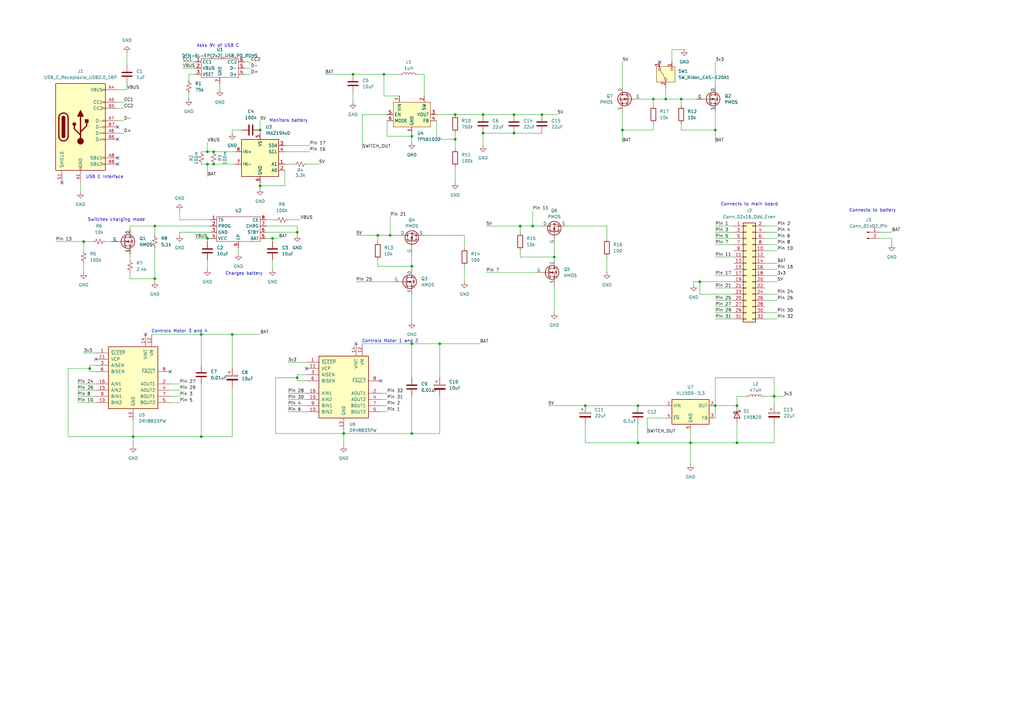
<source format=kicad_sch>
(kicad_sch (version 20231120) (generator "eeschema") (generator_version "8.0")
  (paper "A3")
  (title_block (title "Micromouse Power Board") (rev "v1") (company "University of Cape Town") (comment 1 "Joshua Handyside") (comment 2 "Khaarendiwe Mulaudzi"))
  (lib_symbols
    (symbol "Connector:Conn_01x02_Pin" (pin_names (offset 1.016) hide)
      (property "Reference" "J" (at 0 2.54 0))
      (property "Value" "Conn_01x02_Pin" (at 0 -5.08 0))
      (symbol "Conn_01x02_Pin_1_1"
        (pin passive line (at 5.08 0 180) (length 3.81) (name "Pin_1") (number "1"))
        (pin passive line (at 5.08 -2.54 180) (length 3.81) (name "Pin_2") (number "2"))
      )
    )
    (symbol "Connector:USB_C_Receptacle_USB2.0_16P" (pin_names (offset 1.016))
      (property "Reference" "J" (at 0 22.225 0))
      (property "Value" "USB_C_Receptacle_USB2.0_16P" (at 0 19.685 0))
      (symbol "USB_C_Receptacle_USB2.0_16P_1_1"
        (pin passive line (at 0 -22.86 90) (length 5.08) (name "GND") (number "A1"))
        (pin passive line (at 0 -22.86 90) (length 5.08) hide (name "GND") (number "A12"))
        (pin passive line (at 15.24 15.24 180) (length 5.08) (name "VBUS") (number "A4"))
        (pin bidirectional line (at 15.24 10.16 180) (length 5.08) (name "CC1") (number "A5"))
        (pin bidirectional line (at 15.24 -2.54 180) (length 5.08) (name "D+") (number "A6"))
        (pin bidirectional line (at 15.24 2.54 180) (length 5.08) (name "D-") (number "A7"))
        (pin bidirectional line (at 15.24 -12.7 180) (length 5.08) (name "SBU1") (number "A8"))
        (pin passive line (at 15.24 15.24 180) (length 5.08) hide (name "VBUS") (number "A9"))
        (pin passive line (at 0 -22.86 90) (length 5.08) hide (name "GND") (number "B1"))
        (pin passive line (at 0 -22.86 90) (length 5.08) hide (name "GND") (number "B12"))
        (pin passive line (at 15.24 15.24 180) (length 5.08) hide (name "VBUS") (number "B4"))
        (pin bidirectional line (at 15.24 7.62 180) (length 5.08) (name "CC2") (number "B5"))
        (pin bidirectional line (at 15.24 -5.08 180) (length 5.08) (name "D+") (number "B6"))
        (pin bidirectional line (at 15.24 0 180) (length 5.08) (name "D-") (number "B7"))
        (pin bidirectional line (at 15.24 -15.24 180) (length 5.08) (name "SBU2") (number "B8"))
        (pin passive line (at 15.24 15.24 180) (length 5.08) hide (name "VBUS") (number "B9"))
        (pin passive line (at -7.62 -22.86 90) (length 5.08) (name "SHIELD") (number "S1"))
      )
    )
    (symbol "Connector_Generic:Conn_02x16_Odd_Even" (pin_names (offset 1.016) hide)
      (property "Reference" "J" (at 1.27 20.32 0))
      (property "Value" "Conn_02x16_Odd_Even" (at 1.27 -22.86 0))
      (symbol "Conn_02x16_Odd_Even_1_1"
        (pin passive line (at -5.08 17.78 0) (length 3.81) (name "Pin_1") (number "1"))
        (pin passive line (at 7.62 7.62 180) (length 3.81) (name "Pin_10") (number "10"))
        (pin passive line (at -5.08 5.08 0) (length 3.81) (name "Pin_11") (number "11"))
        (pin passive line (at 7.62 5.08 180) (length 3.81) (name "Pin_12") (number "12"))
        (pin passive line (at -5.08 2.54 0) (length 3.81) (name "Pin_13") (number "13"))
        (pin passive line (at 7.62 2.54 180) (length 3.81) (name "Pin_14") (number "14"))
        (pin passive line (at -5.08 0 0) (length 3.81) (name "Pin_15") (number "15"))
        (pin passive line (at 7.62 0 180) (length 3.81) (name "Pin_16") (number "16"))
        (pin passive line (at -5.08 -2.54 0) (length 3.81) (name "Pin_17") (number "17"))
        (pin passive line (at 7.62 -2.54 180) (length 3.81) (name "Pin_18") (number "18"))
        (pin passive line (at -5.08 -5.08 0) (length 3.81) (name "Pin_19") (number "19"))
        (pin passive line (at 7.62 17.78 180) (length 3.81) (name "Pin_2") (number "2"))
        (pin passive line (at 7.62 -5.08 180) (length 3.81) (name "Pin_20") (number "20"))
        (pin passive line (at -5.08 -7.62 0) (length 3.81) (name "Pin_21") (number "21"))
        (pin passive line (at 7.62 -7.62 180) (length 3.81) (name "Pin_22") (number "22"))
        (pin passive line (at -5.08 -10.16 0) (length 3.81) (name "Pin_23") (number "23"))
        (pin passive line (at 7.62 -10.16 180) (length 3.81) (name "Pin_24") (number "24"))
        (pin passive line (at -5.08 -12.7 0) (length 3.81) (name "Pin_25") (number "25"))
        (pin passive line (at 7.62 -12.7 180) (length 3.81) (name "Pin_26") (number "26"))
        (pin passive line (at -5.08 -15.24 0) (length 3.81) (name "Pin_27") (number "27"))
        (pin passive line (at 7.62 -15.24 180) (length 3.81) (name "Pin_28") (number "28"))
        (pin passive line (at -5.08 -17.78 0) (length 3.81) (name "Pin_29") (number "29"))
        (pin passive line (at -5.08 15.24 0) (length 3.81) (name "Pin_3") (number "3"))
        (pin passive line (at 7.62 -17.78 180) (length 3.81) (name "Pin_30") (number "30"))
        (pin passive line (at -5.08 -20.32 0) (length 3.81) (name "Pin_31") (number "31"))
        (pin passive line (at 7.62 -20.32 180) (length 3.81) (name "Pin_32") (number "32"))
        (pin passive line (at 7.62 15.24 180) (length 3.81) (name "Pin_4") (number "4"))
        (pin passive line (at -5.08 12.7 0) (length 3.81) (name "Pin_5") (number "5"))
        (pin passive line (at 7.62 12.7 180) (length 3.81) (name "Pin_6") (number "6"))
        (pin passive line (at -5.08 10.16 0) (length 3.81) (name "Pin_7") (number "7"))
        (pin passive line (at 7.62 10.16 180) (length 3.81) (name "Pin_8") (number "8"))
        (pin passive line (at -5.08 7.62 0) (length 3.81) (name "Pin_9") (number "9"))
      )
    )
    (symbol "Converter_DCDC:TPS61022"
      (property "Reference" "U" (at 0 7.62 0))
      (property "Value" "TPS61022" (at 7.62 -7.62 0))
      (symbol "TPS61022_1_1"
        (pin power_in line (at 0 -7.62 90) (length 2.54) (name "GND") (number "1"))
        (pin input line (at 5.08 7.62 270) (length 2.54) (name "SW") (number "2"))
        (pin power_out line (at 10.16 0 180) (length 2.54) (name "VOUT") (number "3"))
        (pin input line (at 10.16 -2.54 180) (length 2.54) (name "FB") (number "4"))
        (pin input line (at -10.16 0 0) (length 2.54) (name "EN") (number "5"))
        (pin input line (at -10.16 -2.54 0) (length 2.54) (name "MODE") (number "6"))
        (pin power_in line (at -5.08 7.62 270) (length 2.54) (name "VIN") (number "7"))
      )
    )
    (symbol "Custom Symbols:DFN-6L-EP(2x2)_USB_PD_ROHS"
      (property "Reference" "U" (at 0 0 0))
      (symbol "DFN-6L-EP(2x2)_USB_PD_ROHS_1_1"
        (pin output line (at -3.81 -2.54 0) (length 2.54) (name "CC1") (number "1"))
        (pin input line (at -3.81 -5.08 0) (length 2.54) (name "VBUS") (number "2"))
        (pin output line (at -3.81 -7.62 0) (length 2.54) (name "VSET") (number "3"))
        (pin output line (at 16.51 -7.62 180) (length 2.54) (name "D+") (number "4"))
        (pin output line (at 16.51 -5.08 180) (length 2.54) (name "D-") (number "5"))
        (pin output line (at 16.51 -2.54 180) (length 2.54) (name "CC2") (number "6"))
        (pin output line (at 6.35 -11.43 90) (length 2.54) (name "GND") (number "7"))
      )
    )
    (symbol "Custom Symbols:DFN-8-EP(2x2)_Battery_Management_ROHS"
      (property "Reference" "U" (at 0 0 0))
      (symbol "DFN-8-EP(2x2)_Battery_Management_ROHS_1_1"
        (pin input line (at -11.43 -2.54 0) (length 2.54) (name "TS") (number "1"))
        (pin input line (at -11.43 -5.08 0) (length 2.54) (name "PROG") (number "2"))
        (pin output line (at -11.43 -7.62 0) (length 2.54) (name "GND") (number "3"))
        (pin power_in line (at -11.43 -10.16 0) (length 2.54) (name "VCC") (number "4"))
        (pin power_out line (at 11.43 -10.16 180) (length 2.54) (name "BAT") (number "5"))
        (pin input line (at 11.43 -7.62 180) (length 2.54) (name "STBY") (number "6"))
        (pin input line (at 11.43 -5.08 180) (length 2.54) (name "CHRG") (number "7"))
        (pin input line (at 11.43 -2.54 180) (length 2.54) (name "CE") (number "8"))
        (pin unspecified line (at 0 -13.97 90) (length 2.54) (name "EP") (number "9"))
      )
    )
    (symbol "Device:C" (pin_numbers hide) (pin_names (offset 0.254))
      (property "Reference" "C" (at 0.635 2.54 0))
      (property "Value" "C" (at 0.635 -2.54 0))
      (symbol "C_1_1"
        (pin passive line (at 0 3.81 270) (length 2.794) (name "~") (number "1"))
        (pin passive line (at 0 -3.81 90) (length 2.794) (name "~") (number "2"))
      )
    )
    (symbol "Device:C_Polarized" (pin_numbers hide) (pin_names (offset 0.254))
      (property "Reference" "C" (at 0.635 2.54 0))
      (property "Value" "C_Polarized" (at 0.635 -2.54 0))
      (symbol "C_Polarized_1_1"
        (pin passive line (at 0 3.81 270) (length 2.794) (name "~") (number "1"))
        (pin passive line (at 0 -3.81 90) (length 2.794) (name "~") (number "2"))
      )
    )
    (symbol "Device:L" (pin_numbers hide) (pin_names (offset 1.016) hide)
      (property "Reference" "L" (at -1.27 0 90))
      (property "Value" "L" (at 1.905 0 90))
      (symbol "L_1_1"
        (pin passive line (at 0 3.81 270) (length 1.27) (name "1") (number "1"))
        (pin passive line (at 0 -3.81 90) (length 1.27) (name "2") (number "2"))
      )
    )
    (symbol "Device:R" (pin_numbers hide) (pin_names (offset 0))
      (property "Reference" "R" (at 2.032 0 90))
      (property "Value" "R" (at 0 0 90))
      (symbol "R_1_1"
        (pin passive line (at 0 3.81 270) (length 1.27) (name "~") (number "1"))
        (pin passive line (at 0 -3.81 90) (length 1.27) (name "~") (number "2"))
      )
    )
    (symbol "Device:R_Small_US" (pin_numbers hide) (pin_names (offset 0.254) hide)
      (property "Reference" "R" (at 0.762 0.508 0))
      (property "Value" "R_Small_US" (at 0.762 -1.016 0))
      (symbol "R_Small_US_1_1"
        (pin passive line (at 0 2.54 270) (length 1.016) (name "~") (number "1"))
        (pin passive line (at 0 -2.54 90) (length 1.016) (name "~") (number "2"))
      )
    )
    (symbol "Diode:1N5820" (pin_numbers hide) (pin_names (offset 1.016) hide)
      (property "Reference" "D" (at 0 2.54 0))
      (property "Value" "1N5820" (at 0 -2.54 0))
      (symbol "1N5820_1_1"
        (pin passive line (at -3.81 0 0) (length 2.54) (name "K") (number "1"))
        (pin passive line (at 3.81 0 180) (length 2.54) (name "A") (number "2"))
      )
    )
    (symbol "Driver_Motor:DRV8833PW" (pin_names (offset 1.016))
      (property "Reference" "U" (at -3.81 16.51 0))
      (property "Value" "DRV8833PW" (at -3.81 13.97 0))
      (symbol "DRV8833PW_1_1"
        (pin input line (at -15.24 10.16 0) (length 5.08) (name "~{SLEEP}") (number "1"))
        (pin input line (at -15.24 -10.16 0) (length 5.08) (name "BIN2") (number "10"))
        (pin bidirectional line (at -15.24 7.62 0) (length 5.08) (name "VCP") (number "11"))
        (pin power_in line (at 7.62 17.78 270) (length 5.08) (name "VM") (number "12"))
        (pin power_in line (at 0 -17.78 90) (length 5.08) (name "GND") (number "13"))
        (pin power_in line (at 5.08 17.78 270) (length 5.08) (name "VINT") (number "14"))
        (pin input line (at -15.24 -5.08 0) (length 5.08) (name "AIN2") (number "15"))
        (pin input line (at -15.24 -2.54 0) (length 5.08) (name "AIN1") (number "16"))
        (pin power_out line (at 15.24 -2.54 180) (length 5.08) (name "AOUT1") (number "2"))
        (pin bidirectional line (at -15.24 5.08 0) (length 5.08) (name "AISEN") (number "3"))
        (pin power_out line (at 15.24 -5.08 180) (length 5.08) (name "AOUT2") (number "4"))
        (pin power_out line (at 15.24 -10.16 180) (length 5.08) (name "BOUT2") (number "5"))
        (pin bidirectional line (at -15.24 2.54 0) (length 5.08) (name "BISEN") (number "6"))
        (pin power_out line (at 15.24 -7.62 180) (length 5.08) (name "BOUT1") (number "7"))
        (pin open_collector line (at 15.24 2.54 180) (length 5.08) (name "~{FAULT}") (number "8"))
        (pin input line (at -15.24 -7.62 0) (length 5.08) (name "BIN1") (number "9"))
      )
    )
    (symbol "Regulator_Switching:XL1509-3.3"
      (property "Reference" "U" (at -7.112 6.096 0))
      (property "Value" "XL1509-3.3" (at 5.842 6.096 0))
      (symbol "XL1509-3.3_1_1"
        (pin power_in line (at -10.16 2.54 0) (length 2.54) (name "VIN") (number "1"))
        (pin power_out line (at 10.16 2.54 180) (length 2.54) (name "OUT") (number "2"))
        (pin input line (at 10.16 -2.54 180) (length 2.54) (name "FB") (number "3"))
        (pin input line (at -10.16 -2.54 0) (length 2.54) (name "~{EN}") (number "4"))
        (pin power_in line (at 0 -7.62 90) (length 2.54) (name "GND") (number "5"))
        (pin passive line (at 0 -7.62 90) (length 2.54) hide (name "GND") (number "6"))
        (pin passive line (at 0 -7.62 90) (length 2.54) hide (name "GND") (number "7"))
        (pin passive line (at 0 -7.62 90) (length 2.54) hide (name "GND") (number "8"))
      )
    )
    (symbol "Sensor_Energy:INA219AxD"
      (property "Reference" "U" (at -6.35 8.89 0))
      (property "Value" "INA219AxD" (at 5.08 8.89 0))
      (symbol "INA219AxD_1_1"
        (pin input line (at 10.16 -2.54 180) (length 2.54) (name "A1") (number "1"))
        (pin input line (at 10.16 -5.08 180) (length 2.54) (name "A0") (number "2"))
        (pin bidirectional line (at 10.16 5.08 180) (length 2.54) (name "SDA") (number "3"))
        (pin input line (at 10.16 2.54 180) (length 2.54) (name "SCL") (number "4"))
        (pin power_in line (at 0 10.16 270) (length 2.54) (name "VS") (number "5"))
        (pin power_in line (at 0 -10.16 90) (length 2.54) (name "GND") (number "6"))
        (pin input line (at -10.16 -2.54 0) (length 2.54) (name "IN-") (number "7"))
        (pin input line (at -10.16 2.54 0) (length 2.54) (name "IN+") (number "8"))
      )
    )
    (symbol "Simulation_SPICE:NMOS" (pin_numbers hide) (pin_names (offset 0))
      (property "Reference" "Q" (at 5.08 1.27 0))
      (property "Value" "NMOS" (at 5.08 -1.27 0))
      (symbol "NMOS_1_1"
        (pin passive line (at 2.54 5.08 270) (length 2.54) (name "D") (number "1"))
        (pin input line (at -5.08 0 0) (length 2.54) (name "G") (number "2"))
        (pin passive line (at 2.54 -5.08 90) (length 2.54) (name "S") (number "3"))
      )
    )
    (symbol "Simulation_SPICE:PMOS" (pin_numbers hide) (pin_names (offset 0))
      (property "Reference" "Q" (at 5.08 1.27 0))
      (property "Value" "PMOS" (at 5.08 -1.27 0))
      (symbol "PMOS_1_1"
        (pin passive line (at 2.54 5.08 270) (length 2.54) (name "D") (number "1"))
        (pin input line (at -5.08 0 0) (length 2.54) (name "G") (number "2"))
        (pin passive line (at 2.54 -5.08 90) (length 2.54) (name "S") (number "3"))
      )
    )
    (symbol "Switch:SW_Nidec_CAS-120A1" (pin_names (offset 1) hide)
      (property "Reference" "SW" (at 0 4.318 0))
      (property "Value" "SW_Nidec_CAS-120A1" (at 0 -5.08 0))
      (symbol "SW_Nidec_CAS-120A1_1_1"
        (pin passive line (at 5.08 -2.54 180) (length 2.54) (name "C") (number "1"))
        (pin passive line (at -5.08 0 0) (length 2.54) (name "B") (number "2"))
        (pin passive line (at 5.08 2.54 180) (length 2.54) (name "A") (number "3"))
      )
    )
    (symbol "power:GND" (power) (pin_numbers hide) (pin_names (offset 0) hide)
      (property "Value" "GND" (at 0 -3.81 0))
      (symbol "GND_1_1"
        (pin power_in line (at 0 0 270) (length 0) (name "~") (number "1"))
      )
    )
  )
  (junction (at 240.03 166.37))
  (junction (at 87.63 62.23))
  (junction (at 317.5 162.56))
  (junction (at 198.12 54.61))
  (junction (at 279.4 40.64))
  (junction (at 218.44 92.71))
  (junction (at 255.27 53.34))
  (junction (at 168.91 109.22))
  (junction (at 261.62 166.37))
  (junction (at 106.68 53.34))
  (junction (at 283.21 181.61))
  (junction (at 140.97 177.8))
  (junction (at 54.61 179.07))
  (junction (at 168.91 177.8))
  (junction (at 82.55 179.07))
  (junction (at 85.09 67.31))
  (junction (at 63.5 92.71))
  (junction (at 186.69 57.15))
  (junction (at 34.29 99.06))
  (junction (at 63.5 114.3))
  (junction (at 121.92 95.25))
  (junction (at 168.91 55.88))
  (junction (at 302.26 166.37))
  (junction (at 87.63 67.31))
  (junction (at 267.97 40.64))
  (junction (at 36.83 151.13))
  (junction (at 293.37 166.37))
  (junction (at 302.26 181.61))
  (junction (at 210.82 54.61))
  (junction (at 287.02 115.57))
  (junction (at 198.12 46.99))
  (junction (at 85.09 97.79))
  (junction (at 121.92 154.94))
  (junction (at 227.33 105.41))
  (junction (at 82.55 137.16))
  (junction (at 106.68 76.2))
  (junction (at 111.76 97.79))
  (junction (at 293.37 53.34))
  (junction (at 85.09 62.23))
  (junction (at 144.78 30.48))
  (junction (at 213.36 92.71))
  (junction (at 168.91 140.97))
  (junction (at 95.25 137.16))
  (junction (at 210.82 46.99))
  (junction (at 186.69 46.99))
  (junction (at 261.62 181.61))
  (junction (at 154.94 96.52))
  (junction (at 180.34 140.97))
  (junction (at 160.02 96.52))
  (junction (at 273.05 40.64))
  (junction (at 157.48 30.48))
  (junction (at 222.25 46.99))
  (no_connect (at 48.26 52.07))
  (no_connect (at 39.37 147.32))
  (no_connect (at 59.69 137.16))
  (no_connect (at 48.26 64.77))
  (no_connect (at 125.73 151.13))
  (no_connect (at 48.26 67.31))
  (no_connect (at 146.05 140.97))
  (no_connect (at 69.85 152.4))
  (no_connect (at 270.51 25.4))
  (no_connect (at 156.21 156.21))
  (no_connect (at 25.4 74.93))
  (no_connect (at 48.26 57.15))
  (wire (pts (xy 121.92 154.94) (xy 113.03 154.94)))
  (wire (pts (xy 224.79 166.37) (xy 240.03 166.37)))
  (wire (pts (xy 144.78 30.48) (xy 157.48 30.48)))
  (wire (pts (xy 34.29 99.06) (xy 38.1 99.06)))
  (wire (pts (xy 313.69 113.03) (xy 318.77 113.03)))
  (wire (pts (xy 63.5 92.71) (xy 53.34 92.71)))
  (wire (pts (xy 48.26 36.83) (xy 52.07 36.83)))
  (wire (pts (xy 293.37 123.19) (xy 300.99 123.19)))
  (wire (pts (xy 63.5 92.71) (xy 63.5 96.52)))
  (wire (pts (xy 198.12 54.61) (xy 210.82 54.61)))
  (wire (pts (xy 118.11 168.91) (xy 125.73 168.91)))
  (wire (pts (xy 293.37 154.94) (xy 317.5 154.94)))
  (wire (pts (xy 293.37 113.03) (xy 300.99 113.03)))
  (wire (pts (xy 365.76 97.79) (xy 360.68 97.79)))
  (wire (pts (xy 262.89 40.64) (xy 267.97 40.64)))
  (wire (pts (xy 100.33 27.94) (xy 102.87 27.94)))
  (wire (pts (xy 121.92 156.21) (xy 125.73 156.21)))
  (wire (pts (xy 317.5 162.56) (xy 321.31 162.56)))
  (wire (pts (xy 54.61 179.07) (xy 82.55 179.07)))
  (wire (pts (xy 111.76 97.79) (xy 114.3 97.79)))
  (wire (pts (xy 87.63 67.31) (xy 96.52 67.31)))
  (wire (pts (xy 313.69 110.49) (xy 318.77 110.49)))
  (wire (pts (xy 313.69 162.56) (xy 317.5 162.56)))
  (wire (pts (xy 36.83 151.13) (xy 36.83 152.4)))
  (wire (pts (xy 287.02 120.65) (xy 287.02 115.57)))
  (wire (pts (xy 293.37 166.37) (xy 293.37 171.45)))
  (wire (pts (xy 168.91 109.22) (xy 168.91 110.49)))
  (wire (pts (xy 227.33 100.33) (xy 227.33 105.41)))
  (wire (pts (xy 146.05 96.52) (xy 154.94 96.52)))
  (wire (pts (xy 106.68 76.2) (xy 106.68 77.47)))
  (wire (pts (xy 125.73 153.67) (xy 121.92 153.67)))
  (wire (pts (xy 317.5 181.61) (xy 317.5 173.99)))
  (wire (pts (xy 198.12 54.61) (xy 198.12 59.69)))
  (wire (pts (xy 125.73 67.31) (xy 130.81 67.31)))
  (wire (pts (xy 74.93 25.4) (xy 80.01 25.4)))
  (wire (pts (xy 313.69 102.87) (xy 318.77 102.87)))
  (wire (pts (xy 293.37 92.71) (xy 300.99 92.71)))
  (wire (pts (xy 116.84 67.31) (xy 120.65 67.31)))
  (wire (pts (xy 95.25 137.16) (xy 95.25 151.13)))
  (wire (pts (xy 293.37 118.11) (xy 300.99 118.11)))
  (wire (pts (xy 163.83 39.37) (xy 157.48 39.37)))
  (wire (pts (xy 293.37 130.81) (xy 300.99 130.81)))
  (wire (pts (xy 287.02 115.57) (xy 300.99 115.57)))
  (wire (pts (xy 313.69 128.27) (xy 318.77 128.27)))
  (wire (pts (xy 77.47 40.64) (xy 77.47 38.1)))
  (wire (pts (xy 173.99 96.52) (xy 190.5 96.52)))
  (wire (pts (xy 293.37 105.41) (xy 300.99 105.41)))
  (wire (pts (xy 302.26 162.56) (xy 302.26 166.37)))
  (wire (pts (xy 171.45 30.48) (xy 173.99 30.48)))
  (wire (pts (xy 227.33 116.84) (xy 227.33 128.27)))
  (wire (pts (xy 54.61 172.72) (xy 54.61 179.07)))
  (wire (pts (xy 279.4 40.64) (xy 279.4 43.18)))
  (wire (pts (xy 173.99 39.37) (xy 173.99 30.48)))
  (wire (pts (xy 156.21 161.29) (xy 158.75 161.29)))
  (wire (pts (xy 116.84 62.23) (xy 127 62.23)))
  (wire (pts (xy 240.03 166.37) (xy 261.62 166.37)))
  (wire (pts (xy 22.86 99.06) (xy 34.29 99.06)))
  (wire (pts (xy 63.5 101.6) (xy 63.5 114.3)))
  (wire (pts (xy 293.37 166.37) (xy 302.26 166.37)))
  (wire (pts (xy 87.63 62.23) (xy 96.52 62.23)))
  (wire (pts (xy 248.92 105.41) (xy 248.92 111.76)))
  (wire (pts (xy 213.36 102.87) (xy 213.36 105.41)))
  (wire (pts (xy 280.67 20.32) (xy 275.59 20.32)))
  (wire (pts (xy 53.34 114.3) (xy 63.5 114.3)))
  (wire (pts (xy 95.25 53.34) (xy 95.25 54.61)))
  (wire (pts (xy 148.59 60.96) (xy 148.59 46.99)))
  (wire (pts (xy 293.37 25.4) (xy 293.37 35.56)))
  (wire (pts (xy 82.55 157.48) (xy 82.55 179.07)))
  (wire (pts (xy 293.37 95.25) (xy 300.99 95.25)))
  (wire (pts (xy 160.02 96.52) (xy 163.83 96.52)))
  (wire (pts (xy 293.37 45.72) (xy 293.37 53.34)))
  (wire (pts (xy 293.37 100.33) (xy 300.99 100.33)))
  (wire (pts (xy 31.75 157.48) (xy 39.37 157.48)))
  (wire (pts (xy 267.97 40.64) (xy 267.97 43.18)))
  (wire (pts (xy 36.83 149.86) (xy 36.83 151.13)))
  (wire (pts (xy 186.69 54.61) (xy 186.69 57.15)))
  (wire (pts (xy 85.09 62.23) (xy 87.63 62.23)))
  (wire (pts (xy 302.26 173.99) (xy 302.26 181.61)))
  (wire (pts (xy 168.91 140.97) (xy 180.34 140.97)))
  (wire (pts (xy 116.84 59.69) (xy 127 59.69)))
  (wire (pts (xy 69.85 162.56) (xy 73.66 162.56)))
  (wire (pts (xy 287.02 115.57) (xy 284.48 115.57)))
  (wire (pts (xy 279.4 53.34) (xy 293.37 53.34)))
  (wire (pts (xy 267.97 53.34) (xy 255.27 53.34)))
  (wire (pts (xy 313.69 115.57) (xy 318.77 115.57)))
  (wire (pts (xy 113.03 177.8) (xy 140.97 177.8)))
  (wire (pts (xy 106.68 49.53) (xy 106.68 53.34)))
  (wire (pts (xy 82.55 67.31) (xy 85.09 67.31)))
  (wire (pts (xy 168.91 55.88) (xy 168.91 58.42)))
  (wire (pts (xy 261.62 173.99) (xy 261.62 181.61)))
  (wire (pts (xy 48.26 41.91) (xy 50.8 41.91)))
  (wire (pts (xy 73.66 86.36) (xy 73.66 90.17)))
  (wire (pts (xy 33.02 74.93) (xy 33.02 78.74)))
  (wire (pts (xy 313.69 120.65) (xy 318.77 120.65)))
  (wire (pts (xy 82.55 149.86) (xy 82.55 137.16)))
  (wire (pts (xy 218.44 92.71) (xy 222.25 92.71)))
  (wire (pts (xy 53.34 106.68) (xy 53.34 104.14)))
  (wire (pts (xy 31.75 162.56) (xy 39.37 162.56)))
  (wire (pts (xy 52.07 21.59) (xy 52.07 26.67)))
  (wire (pts (xy 121.92 95.25) (xy 109.22 95.25)))
  (wire (pts (xy 99.06 53.34) (xy 95.25 53.34)))
  (wire (pts (xy 267.97 50.8) (xy 267.97 53.34)))
  (wire (pts (xy 113.03 154.94) (xy 113.03 177.8)))
  (wire (pts (xy 77.47 30.48) (xy 80.01 30.48)))
  (wire (pts (xy 121.92 153.67) (xy 121.92 154.94)))
  (wire (pts (xy 111.76 106.68) (xy 111.76 110.49)))
  (wire (pts (xy 227.33 105.41) (xy 227.33 106.68)))
  (wire (pts (xy 180.34 140.97) (xy 196.85 140.97)))
  (wire (pts (xy 313.69 97.79) (xy 318.77 97.79)))
  (wire (pts (xy 106.68 74.93) (xy 106.68 76.2)))
  (wire (pts (xy 261.62 181.61) (xy 240.03 181.61)))
  (wire (pts (xy 148.59 46.99) (xy 158.75 46.99)))
  (wire (pts (xy 261.62 166.37) (xy 273.05 166.37)))
  (wire (pts (xy 199.39 111.76) (xy 219.71 111.76)))
  (wire (pts (xy 121.92 96.52) (xy 121.92 95.25)))
  (wire (pts (xy 156.21 166.37) (xy 158.75 166.37)))
  (wire (pts (xy 293.37 128.27) (xy 300.99 128.27)))
  (wire (pts (xy 109.22 97.79) (xy 111.76 97.79)))
  (wire (pts (xy 121.92 154.94) (xy 121.92 156.21)))
  (wire (pts (xy 77.47 33.02) (xy 77.47 30.48)))
  (wire (pts (xy 160.02 88.9) (xy 160.02 96.52)))
  (wire (pts (xy 31.75 165.1) (xy 39.37 165.1)))
  (wire (pts (xy 154.94 109.22) (xy 168.91 109.22)))
  (wire (pts (xy 213.36 95.25) (xy 213.36 92.71)))
  (wire (pts (xy 293.37 53.34) (xy 293.37 58.42)))
  (wire (pts (xy 190.5 109.22) (xy 190.5 115.57)))
  (wire (pts (xy 74.93 27.94) (xy 80.01 27.94)))
  (wire (pts (xy 54.61 179.07) (xy 54.61 182.88)))
  (wire (pts (xy 85.09 97.79) (xy 86.36 97.79)))
  (wire (pts (xy 52.07 36.83) (xy 52.07 34.29)))
  (wire (pts (xy 121.92 92.71) (xy 109.22 92.71)))
  (wire (pts (xy 82.55 179.07) (xy 95.25 179.07)))
  (wire (pts (xy 222.25 46.99) (xy 228.6 46.99)))
  (wire (pts (xy 313.69 95.25) (xy 318.77 95.25)))
  (wire (pts (xy 100.33 30.48) (xy 102.87 30.48)))
  (wire (pts (xy 287.02 120.65) (xy 300.99 120.65)))
  (wire (pts (xy 48.26 44.45) (xy 50.8 44.45)))
  (wire (pts (xy 154.94 106.68) (xy 154.94 109.22)))
  (wire (pts (xy 118.11 163.83) (xy 125.73 163.83)))
  (wire (pts (xy 283.21 176.53) (xy 283.21 181.61)))
  (wire (pts (xy 86.36 90.17) (xy 73.66 90.17)))
  (wire (pts (xy 157.48 39.37) (xy 157.48 30.48)))
  (wire (pts (xy 179.07 57.15) (xy 186.69 57.15)))
  (wire (pts (xy 186.69 57.15) (xy 186.69 60.96)))
  (wire (pts (xy 313.69 100.33) (xy 318.77 100.33)))
  (wire (pts (xy 95.25 137.16) (xy 106.68 137.16)))
  (wire (pts (xy 179.07 46.99) (xy 186.69 46.99)))
  (wire (pts (xy 240.03 181.61) (xy 240.03 173.99)))
  (wire (pts (xy 180.34 140.97) (xy 180.34 154.94)))
  (wire (pts (xy 365.76 100.33) (xy 365.76 97.79)))
  (wire (pts (xy 121.92 95.25) (xy 121.92 92.71)))
  (wire (pts (xy 85.09 106.68) (xy 85.09 110.49)))
  (wire (pts (xy 133.35 30.48) (xy 144.78 30.48)))
  (wire (pts (xy 80.01 97.79) (xy 85.09 97.79)))
  (wire (pts (xy 317.5 162.56) (xy 317.5 166.37)))
  (wire (pts (xy 34.29 107.95) (xy 34.29 111.76)))
  (wire (pts (xy 154.94 99.06) (xy 154.94 96.52)))
  (wire (pts (xy 27.94 151.13) (xy 27.94 179.07)))
  (wire (pts (xy 118.11 166.37) (xy 125.73 166.37)))
  (wire (pts (xy 232.41 92.71) (xy 248.92 92.71)))
  (wire (pts (xy 156.21 163.83) (xy 158.75 163.83)))
  (wire (pts (xy 140.97 177.8) (xy 168.91 177.8)))
  (wire (pts (xy 198.12 46.99) (xy 210.82 46.99)))
  (wire (pts (xy 168.91 162.56) (xy 168.91 177.8)))
  (wire (pts (xy 97.79 101.6) (xy 97.79 104.14)))
  (wire (pts (xy 140.97 177.8) (xy 140.97 182.88)))
  (wire (pts (xy 43.18 99.06) (xy 45.72 99.06)))
  (wire (pts (xy 213.36 92.71) (xy 218.44 92.71)))
  (wire (pts (xy 31.75 160.02) (xy 39.37 160.02)))
  (wire (pts (xy 156.21 168.91) (xy 158.75 168.91)))
  (wire (pts (xy 158.75 49.53) (xy 158.75 55.88)))
  (wire (pts (xy 109.22 90.17) (xy 113.03 90.17)))
  (wire (pts (xy 186.69 46.99) (xy 198.12 46.99)))
  (wire (pts (xy 275.59 20.32) (xy 275.59 25.4)))
  (wire (pts (xy 265.43 177.8) (xy 265.43 171.45)))
  (wire (pts (xy 255.27 45.72) (xy 255.27 53.34)))
  (wire (pts (xy 63.5 92.71) (xy 86.36 92.71)))
  (wire (pts (xy 36.83 152.4) (xy 39.37 152.4)))
  (wire (pts (xy 313.69 123.19) (xy 318.77 123.19)))
  (wire (pts (xy 100.33 25.4) (xy 102.87 25.4)))
  (wire (pts (xy 53.34 111.76) (xy 53.34 114.3)))
  (wire (pts (xy 186.69 68.58) (xy 186.69 74.93)))
  (wire (pts (xy 267.97 40.64) (xy 273.05 40.64)))
  (wire (pts (xy 144.78 38.1) (xy 144.78 41.91)))
  (wire (pts (xy 154.94 96.52) (xy 160.02 96.52)))
  (wire (pts (xy 313.69 130.81) (xy 318.77 130.81)))
  (wire (pts (xy 255.27 53.34) (xy 255.27 58.42)))
  (wire (pts (xy 306.07 162.56) (xy 302.26 162.56)))
  (wire (pts (xy 111.76 97.79) (xy 111.76 99.06)))
  (wire (pts (xy 313.69 107.95) (xy 318.77 107.95)))
  (wire (pts (xy 53.34 92.71) (xy 53.34 93.98)))
  (wire (pts (xy 283.21 181.61) (xy 302.26 181.61)))
  (wire (pts (xy 157.48 30.48) (xy 163.83 30.48)))
  (wire (pts (xy 48.26 49.53) (xy 50.8 49.53)))
  (wire (pts (xy 168.91 120.65) (xy 168.91 132.08)))
  (wire (pts (xy 85.09 67.31) (xy 85.09 72.39)))
  (wire (pts (xy 62.23 137.16) (xy 82.55 137.16)))
  (wire (pts (xy 82.55 137.16) (xy 95.25 137.16)))
  (wire (pts (xy 85.09 58.42) (xy 85.09 62.23)))
  (wire (pts (xy 106.68 53.34) (xy 106.68 54.61)))
  (wire (pts (xy 118.11 90.17) (xy 123.19 90.17)))
  (wire (pts (xy 293.37 154.94) (xy 293.37 166.37)))
  (wire (pts (xy 210.82 46.99) (xy 222.25 46.99)))
  (wire (pts (xy 39.37 149.86) (xy 36.83 149.86)))
  (wire (pts (xy 48.26 54.61) (xy 50.8 54.61)))
  (wire (pts (xy 116.84 69.85) (xy 116.84 76.2)))
  (wire (pts (xy 140.97 176.53) (xy 140.97 177.8)))
  (wire (pts (xy 168.91 140.97) (xy 168.91 154.94)))
  (wire (pts (xy 34.29 99.06) (xy 34.29 102.87)))
  (wire (pts (xy 302.26 181.61) (xy 317.5 181.61)))
  (wire (pts (xy 284.48 115.57) (xy 284.48 116.84)))
  (wire (pts (xy 85.09 67.31) (xy 87.63 67.31)))
  (wire (pts (xy 158.75 55.88) (xy 168.91 55.88)))
  (wire (pts (xy 168.91 54.61) (xy 168.91 55.88)))
  (wire (pts (xy 63.5 114.3) (xy 63.5 115.57)))
  (wire (pts (xy 218.44 86.36) (xy 218.44 92.71)))
  (wire (pts (xy 73.66 96.52) (xy 73.66 95.25)))
  (wire (pts (xy 179.07 49.53) (xy 179.07 57.15)))
  (wire (pts (xy 73.66 95.25) (xy 86.36 95.25)))
  (wire (pts (xy 34.29 144.78) (xy 39.37 144.78)))
  (wire (pts (xy 248.92 92.71) (xy 248.92 97.79)))
  (wire (pts (xy 85.09 97.79) (xy 85.09 99.06)))
  (wire (pts (xy 210.82 54.61) (xy 222.25 54.61)))
  (wire (pts (xy 273.05 35.56) (xy 273.05 40.64)))
  (wire (pts (xy 265.43 171.45) (xy 273.05 171.45)))
  (wire (pts (xy 69.85 165.1) (xy 73.66 165.1)))
  (wire (pts (xy 82.55 62.23) (xy 85.09 62.23)))
  (wire (pts (xy 118.11 148.59) (xy 125.73 148.59)))
  (wire (pts (xy 180.34 162.56) (xy 180.34 177.8)))
  (wire (pts (xy 293.37 97.79) (xy 300.99 97.79)))
  (wire (pts (xy 27.94 179.07) (xy 54.61 179.07)))
  (wire (pts (xy 279.4 50.8) (xy 279.4 53.34)))
  (wire (pts (xy 146.05 115.57) (xy 161.29 115.57)))
  (wire (pts (xy 168.91 177.8) (xy 180.34 177.8)))
  (wire (pts (xy 168.91 104.14) (xy 168.91 109.22)))
  (wire (pts (xy 313.69 92.71) (xy 318.77 92.71)))
  (wire (pts (xy 95.25 158.75) (xy 95.25 179.07)))
  (wire (pts (xy 199.39 92.71) (xy 213.36 92.71)))
  (wire (pts (xy 261.62 181.61) (xy 283.21 181.61)))
  (wire (pts (xy 69.85 160.02) (xy 73.66 160.02)))
  (wire (pts (xy 116.84 76.2) (xy 106.68 76.2)))
  (wire (pts (xy 255.27 25.4) (xy 255.27 35.56)))
  (wire (pts (xy 213.36 105.41) (xy 227.33 105.41)))
  (wire (pts (xy 293.37 125.73) (xy 300.99 125.73)))
  (wire (pts (xy 190.5 96.52) (xy 190.5 101.6)))
  (wire (pts (xy 317.5 154.94) (xy 317.5 162.56)))
  (wire (pts (xy 36.83 151.13) (xy 27.94 151.13)))
  (wire (pts (xy 90.17 36.83) (xy 90.17 34.29)))
  (wire (pts (xy 69.85 157.48) (xy 73.66 157.48)))
  (wire (pts (xy 360.68 95.25) (xy 365.76 95.25)))
  (wire (pts (xy 148.59 140.97) (xy 168.91 140.97)))
  (wire (pts (xy 285.75 40.64) (xy 279.4 40.64)))
  (wire (pts (xy 283.21 181.61) (xy 283.21 190.5)))
  (wire (pts (xy 118.11 161.29) (xy 125.73 161.29)))
  (wire (pts (xy 273.05 40.64) (xy 279.4 40.64)))
  (text "Controls Motor 3 and 4" (at 73.66 135.89 0) (effects (font (size 1.27 1.27))))
  (text "Charges battery" (at 100.076 112.268 0) (effects (font (size 1.27 1.27))))
  (text "Connects to main board" (at 307.34 83.82 0) (effects (font (size 1.27 1.27))))
  (text "Asks 9V of USB C" (at 89.408 18.796 0) (effects (font (size 1.27 1.27))))
  (text "Monitors battery" (at 118.364 49.53 0) (effects (font (size 1.27 1.27))))
  (text "USB C Interface" (at 42.926 72.644 0) (effects (font (size 1.27 1.27))))
  (text "Switches charging mode" (at 47.752 90.17 0) (effects (font (size 1.27 1.27))))
  (text "Controls Motor 1 and 2" (at 160.02 139.954 0) (effects (font (size 1.27 1.27))))
  (text "Connects to battery" (at 357.886 86.36 0) (effects (font (size 1.27 1.27))))
  (label "VBUS" (at 74.93 27.94 0))
  (label "Pin 6" (at 118.11 168.91 0))
  (label "Pin 27" (at 73.66 157.48 0))
  (label "Pin 5" (at 73.66 165.1 0))
  (label "Pin 16" (at 318.77 110.49 0))
  (label "3v3" (at 34.29 144.78 0))
  (label "SWITCH_OUT" (at 265.43 177.8 0))
  (label "Pin 21" (at 293.37 118.11 0))
  (label "3v3" (at 318.77 113.03 0))
  (label "Pin 30" (at 118.11 163.83 0))
  (label "VBUS" (at 123.19 90.17 0))
  (label "VBUS" (at 80.01 97.79 0))
  (label "Pin 29" (at 73.66 160.02 0))
  (label "Pin 10" (at 318.77 102.87 0))
  (label "VBUS" (at 85.09 58.42 0))
  (label "Pin 5" (at 293.37 97.79 0))
  (label "BAT" (at 318.77 107.95 0))
  (label "BAT" (at 114.3 97.79 0))
  (label "SWITCH_OUT" (at 148.59 60.96 0))
  (label "Pin 6" (at 318.77 97.79 0))
  (label "Pin 31" (at 293.37 130.81 0))
  (label "3v3" (at 321.31 162.56 0))
  (label "Pin 2" (at 158.75 166.37 0))
  (label "D-" (at 102.87 27.94 0))
  (label "Pin 28" (at 118.11 161.29 0))
  (label "Pin 11" (at 218.44 86.36 0))
  (label "BAT" (at 106.68 137.16 0))
  (label "5V" (at 224.79 166.37 0))
  (label "5V" (at 318.77 115.57 0))
  (label "Pin 4" (at 318.77 95.25 0))
  (label "Pin 2" (at 318.77 92.71 0))
  (label "BAT" (at 255.27 58.42 0))
  (label "Pin 1" (at 293.37 92.71 0))
  (label "Pin 1" (at 158.75 168.91 0))
  (label "Pin 31" (at 158.75 163.83 0))
  (label "Pin 25" (at 293.37 123.19 0))
  (label "Pin 27" (at 293.37 125.73 0))
  (label "BAT" (at 85.09 72.39 0))
  (label "Pin 17" (at 293.37 113.03 0))
  (label "5V" (at 130.81 67.31 0))
  (label "Pin 3" (at 73.66 162.56 0))
  (label "5V" (at 106.68 49.53 0))
  (label "Pin 7" (at 293.37 100.33 0))
  (label "D-" (at 50.8 49.53 0))
  (label "Pin 4" (at 118.11 166.37 0))
  (label "Pin 10" (at 31.75 165.1 0))
  (label "Pin 24" (at 318.77 120.65 0))
  (label "Pin 30" (at 318.77 128.27 0))
  (label "Pin 32" (at 158.75 161.29 0))
  (label "Pin 17" (at 127 59.69 0))
  (label "Pin 25" (at 146.05 115.57 0))
  (label "5V" (at 146.05 96.52 0))
  (label "3v3" (at 118.11 148.59 0))
  (label "D+" (at 102.87 30.48 0))
  (label "VBUS" (at 52.07 36.83 0))
  (label "5V" (at 199.39 92.71 0))
  (label "BAT" (at 293.37 58.42 0))
  (label "5V" (at 228.6 46.99 0))
  (label "Pin 8" (at 31.75 162.56 0))
  (label "Pin 13" (at 22.86 99.06 0))
  (label "CC2" (at 102.87 25.4 0))
  (label "3v3" (at 293.37 25.4 0))
  (label "CC2" (at 50.8 44.45 0))
  (label "D+" (at 50.8 54.61 0))
  (label "Pin 8" (at 318.77 100.33 0))
  (label "Pin 24" (at 31.75 157.48 0))
  (label "Pin 26" (at 31.75 160.02 0))
  (label "CC1" (at 74.93 25.4 0))
  (label "Pin 21" (at 160.02 88.9 0))
  (label "CC1" (at 50.8 41.91 0))
  (label "Pin 29" (at 293.37 128.27 0))
  (label "BAT" (at 196.85 140.97 0))
  (label "Pin 3" (at 293.37 95.25 0))
  (label "Pin 26" (at 318.77 123.19 0))
  (label "BAT" (at 133.35 30.48 0))
  (label "Pin 16" (at 127 62.23 0))
  (label "Pin 32" (at 318.77 130.81 0))
  (label "Pin 7" (at 199.39 111.76 0))
  (label "Pin 11" (at 293.37 105.41 0))
  (label "5V" (at 255.27 25.4 0))
  (label "BAT" (at 365.76 95.25 0))
  (symbol (lib_id "Simulation_SPICE:NMOS") (at 166.37 115.57 0) (unit 1)
    (property "Reference" "Q3" (at 172.72 114.2999 0) (effects (justify left)))
    (property "Value" "NMOS" (at 172.72 116.8399 0) (effects (justify left)))
    (property "Footprint" "ProLib_pcs_2025-03-27 (3):SOT-23-3_L2.9-W1.6-P1.90-LS2.8-BR" (effects (hide yes)))
    (property "Datasheet" "https://ngspice.sourceforge.io/docs/ngspice-html-manual/manual.xhtml#cha_MOSFETs" (effects (hide yes)))
    (property "Description" "N-MOSFET transistor, drain/source/gate" (effects (hide yes)))
    (property "Sim.Device" "NMOS" (effects (hide yes)))
    (property "Sim.Type" "VDMOS" (effects (hide yes)))
    (property "Sim.Pins" "1=D 2=G 3=S" (effects (hide yes)))
  )
  (symbol (lib_id "power:GND") (at 52.07 21.59 180) (unit 1)
    (property "Reference" "#PWR03" (effects (hide yes)))
    (property "Value" "GND" (at 52.07 16.51 0))
    (property "Description" "Power symbol creates a global label with name \"GND\" , ground" (effects (hide yes)))
  )
  (symbol (lib_id "power:GND") (at 280.67 20.32 0) (unit 1)
    (property "Reference" "#PWR022" (effects (hide yes)))
    (property "Value" "GND" (at 280.67 25.4 0))
    (property "Description" "Power symbol creates a global label with name \"GND\" , ground" (effects (hide yes)))
  )
  (symbol (lib_id "power:GND") (at 85.09 110.49 0) (unit 1)
    (property "Reference" "#PWR08" (effects (hide yes)))
    (property "Value" "GND" (at 85.09 115.57 0))
    (property "Description" "Power symbol creates a global label with name \"GND\" , ground" (effects (hide yes)))
  )
  (symbol (lib_id "power:GND") (at 144.78 41.91 0) (unit 1)
    (property "Reference" "#PWR09" (effects (hide yes)))
    (property "Value" "GND" (at 144.78 46.99 0))
    (property "Description" "Power symbol creates a global label with name \"GND\" , ground" (effects (hide yes)))
  )
  (symbol (lib_id "Device:R_Small_US") (at 87.63 64.77 180) (unit 1)
    (property "Reference" "R3" (at 90.17 64.77 90))
    (property "Value" "100m" (at 92.202 64.77 90))
    (property "Footprint" "Resistor_SMD:R_1206_3216Metric_Pad1.30x1.75mm_HandSolder" (effects (hide yes)))
    (property "Datasheet" "https://jlcpcb.com/api/file/downloadByFileSystemAccessId/8579705901890404352" (effects (hide yes)))
    (property "Description" "Resistor, small US symbol" (effects (hide yes)))
    (property "JLCPCB #" "C25334" (effects (hide yes)))
  )
  (symbol (lib_id "Device:R_Small_US") (at 77.47 35.56 0) (unit 1)
    (property "Reference" "R1" (at 80.01 34.2899 0) (effects (justify left)))
    (property "Value" "75k" (at 80.01 36.8299 0) (effects (justify left)))
    (property "Footprint" "Resistor_SMD:R_0603_1608Metric_Pad0.98x0.95mm_HandSolder" (effects (hide yes)))
    (property "Datasheet" "https://jlcpcb.com/api/file/downloadByFileSystemAccessId/8579706316903792640" (effects (hide yes)))
    (property "Description" "Resistor, small US symbol" (effects (hide yes)))
    (property "JLCPCB Part #" "C23242" (effects (hide yes)))
  )
  (symbol (lib_id "Device:R_Small_US") (at 34.29 105.41 180) (unit 1)
    (property "Reference" "R5" (at 36.83 104.1399 0) (effects (justify right)))
    (property "Value" "100k" (at 36.83 106.6799 0) (effects (justify right)))
    (property "Footprint" "Resistor_SMD:R_0402_1005Metric_Pad0.72x0.64mm_HandSolder" (effects (hide yes)))
    (property "Datasheet" "https://jlcpcb.com/api/file/downloadByFileSystemAccessId/8579705919464263680" (effects (hide yes)))
    (property "Description" "Resistor, small US symbol" (effects (hide yes)))
    (property "JLCPCB #" "C25741" (effects (hide yes)))
  )
  (symbol (lib_id "Device:C") (at 198.12 50.8 0) (unit 1)
    (property "Reference" "C6" (at 201.93 49.5299 0) (effects (justify left)))
    (property "Value" "22uF" (at 201.93 52.0699 0) (effects (justify left)))
    (property "Footprint" "ProLib_pcs_2025-03-26 (11):C1206" (effects (hide yes)))
    (property "Description" "Unpolarized capacitor" (effects (hide yes)))
  )
  (symbol (lib_id "power:GND") (at 121.92 96.52 0) (unit 1)
    (property "Reference" "#PWR0105" (effects (hide yes)))
    (property "Value" "GND" (at 121.92 101.6 0))
    (property "Description" "Power symbol creates a global label with name \"GND\" , ground" (effects (hide yes)))
  )
  (symbol (lib_id "power:GND") (at 34.29 111.76 0) (unit 1)
    (property "Reference" "#PWR07" (effects (hide yes)))
    (property "Value" "GND" (at 34.29 116.84 0))
    (property "Description" "Power symbol creates a global label with name \"GND\" , ground" (effects (hide yes)))
  )
  (symbol (lib_id "Simulation_SPICE:PMOS") (at 257.81 40.64 0) (mirror y) (unit 1)
    (property "Reference" "Q7" (at 251.46 39.3699 0) (effects (justify left)))
    (property "Value" "PMOS" (at 251.46 41.9099 0) (effects (justify left)))
    (property "Footprint" "ProLib_pcs_2025-03-27 (2):SOT-23-3_L2.9-W1.3-P1.90-LS2.4-BR" (effects (hide yes)))
    (property "Datasheet" "https://ngspice.sourceforge.io/docs/ngspice-html-manual/manual.xhtml#cha_MOSFETs" (effects (hide yes)))
    (property "Description" "P-MOSFET transistor, drain/source/gate" (effects (hide yes)))
    (property "Sim.Device" "PMOS" (effects (hide yes)))
    (property "Sim.Type" "VDMOS" (effects (hide yes)))
    (property "Sim.Pins" "1=D 2=G 3=S" (effects (hide yes)))
  )
  (symbol (lib_id "Device:C") (at 82.55 153.67 0) (unit 1)
    (property "Reference" "C7" (at 86.36 152.3999 0) (effects (justify left)))
    (property "Value" "0.01uF" (at 86.36 154.9399 0) (effects (justify left)))
    (property "Footprint" "ProLib_pcs_2025-03-26 (21):C0805" (effects (hide yes)))
    (property "Description" "Unpolarized capacitor" (effects (hide yes)))
  )
  (symbol (lib_id "Device:C") (at 102.87 53.34 90) (unit 1)
    (property "Reference" "C4" (at 102.87 45.72 90))
    (property "Value" "100n" (at 102.87 48.26 90))
    (property "Footprint" "Capacitor_SMD:C_0603_1608Metric_Pad1.08x0.95mm_HandSolder" (effects (hide yes)))
    (property "Datasheet" "https://jlcpcb.com/api/file/downloadByFileSystemAccessId/8579707083955945472" (effects (hide yes)))
    (property "Description" "Unpolarized capacitor" (effects (hide yes)))
    (property "JLCPCB Part #" "C14663" (effects (hide yes)))
  )
  (symbol (lib_id "Simulation_SPICE:PMOS") (at 168.91 99.06 90) (unit 1)
    (property "Reference" "Q4" (at 168.91 90.17 90))
    (property "Value" "PMOS" (at 168.91 92.71 90))
    (property "Footprint" "ProLib_pcs_2025-03-27 (2):SOT-23-3_L2.9-W1.3-P1.90-LS2.4-BR" (effects (hide yes)))
    (property "Datasheet" "https://ngspice.sourceforge.io/docs/ngspice-html-manual/manual.xhtml#cha_MOSFETs" (effects (hide yes)))
    (property "Description" "P-MOSFET transistor, drain/source/gate" (effects (hide yes)))
    (property "Sim.Device" "PMOS" (effects (hide yes)))
    (property "Sim.Type" "VDMOS" (effects (hide yes)))
    (property "Sim.Pins" "1=D 2=G 3=S" (effects (hide yes)))
  )
  (symbol (lib_id "Device:R") (at 190.5 105.41 0) (unit 1)
    (property "Reference" "R14" (at 193.04 104.1399 0) (effects (justify left)))
    (property "Value" "100" (at 193.04 106.6799 0) (effects (justify left)))
    (property "Footprint" "ProLib_pcs_2025-03-26 (5):RES-TH_BD3.3-L9.0-P13.00-D0.6" (effects (hide yes)))
    (property "Description" "Resistor" (effects (hide yes)))
  )
  (symbol (lib_id "power:GND") (at 190.5 115.57 0) (unit 1)
    (property "Reference" "#PWR014" (effects (hide yes)))
    (property "Value" "GND" (at 190.5 120.65 0))
    (property "Description" "Power symbol creates a global label with name \"GND\" , ground" (effects (hide yes)))
  )
  (symbol (lib_id "Device:C_Polarized") (at 180.34 158.75 0) (unit 1)
    (property "Reference" "C10" (at 184.15 156.5909 0) (effects (justify left)))
    (property "Value" "10uF" (at 184.15 159.1309 0) (effects (justify left)))
    (property "Footprint" "ProLib_pcs_2025-03-26:CAP-TH_BD6.3-P2.50-D1.0-FD" (effects (hide yes)))
    (property "Description" "Polarized capacitor" (effects (hide yes)))
  )
  (symbol (lib_id "Device:C") (at 52.07 30.48 0) (unit 1)
    (property "Reference" "C1" (at 55.88 29.2099 0) (effects (justify left)))
    (property "Value" "1uF" (at 55.88 31.7499 0) (effects (justify left)))
    (property "Footprint" "Capacitor_SMD:C_0402_1005Metric_Pad0.74x0.62mm_HandSolder" (effects (hide yes)))
    (property "Datasheet" "https://jlcpcb.com/api/file/downloadByFileSystemAccessId/8579707174974914560" (effects (hide yes)))
    (property "Description" "Unpolarized capacitor" (effects (hide yes)))
    (property "JLCPCB Part #" "C52923" (effects (hide yes)))
  )
  (symbol (lib_id "power:GND") (at 168.91 132.08 0) (unit 1)
    (property "Reference" "#PWR013" (effects (hide yes)))
    (property "Value" "GND" (at 168.91 137.16 0))
    (property "Description" "Power symbol creates a global label with name \"GND\" , ground" (effects (hide yes)))
  )
  (symbol (lib_id "Device:C_Polarized") (at 240.03 170.18 0) (unit 1)
    (property "Reference" "C11" (at 243.84 168.0209 0) (effects (justify left)))
    (property "Value" "22uF" (at 243.84 170.5609 0) (effects (justify left)))
    (property "Footprint" "ProLib_pcs_2025-03-261:CAP-TH_BD4.0-P1.50-D0.8-FD" (effects (hide yes)))
    (property "Description" "Polarized capacitor" (effects (hide yes)))
  )
  (symbol (lib_id "Device:C_Polarized") (at 95.25 154.94 0) (unit 1)
    (property "Reference" "C8" (at 99.06 152.7809 0) (effects (justify left)))
    (property "Value" "10uF" (at 99.06 155.3209 0) (effects (justify left)))
    (property "Footprint" "ProLib_pcs_2025-03-26:CAP-TH_BD6.3-P2.50-D1.0-FD" (effects (hide yes)))
    (property "Description" "Polarized capacitor" (effects (hide yes)))
  )
  (symbol (lib_id "Device:R") (at 154.94 102.87 0) (unit 1)
    (property "Reference" "R13" (at 157.48 101.5999 0) (effects (justify left)))
    (property "Value" "10k" (at 157.48 104.1399 0) (effects (justify left)))
    (property "Footprint" "ProLib_pcs_2025-03-26 (3):RES-TH_BD2.5-L6.5-P10.50-D0.6" (effects (hide yes)))
    (property "Description" "Resistor" (effects (hide yes)))
  )
  (symbol (lib_id "Regulator_Switching:XL1509-3.3") (at 283.21 168.91 0) (unit 1)
    (property "Reference" "U7" (at 283.21 158.75 0))
    (property "Value" "XL1509-3.3" (at 283.21 161.29 0))
    (property "Footprint" "Package_SO:SOIC-8_3.9x4.9mm_P1.27mm" (effects (hide yes)))
    (property "Datasheet" "https://datasheet.lcsc.com/lcsc/1809050422_XLSEMI-XL1509-5-0E1_C61063.pdf" (effects (hide yes)))
    (property "Description" "Buck DC/DC Converter, 2A, 3.3V Output Voltage, 4.5-40V Input Voltage" (effects (hide yes)))
  )
  (symbol (lib_id "Driver_Motor:DRV8833PW") (at 54.61 154.94 0) (unit 1)
    (property "Reference" "U5" (at 56.8041 170.18 0) (effects (justify left)))
    (property "Value" "DRV8833PW" (at 56.8041 172.72 0) (effects (justify left)))
    (property "Footprint" "Package_SO:TSSOP-16_4.4x5mm_P0.65mm" (effects (hide yes)))
    (property "Datasheet" "http://www.ti.com/lit/ds/symlink/drv8833.pdf" (effects (hide yes)))
    (property "Description" "Dual H-Bridge Motor Driver, TSSOP-16" (effects (hide yes)))
  )
  (symbol (lib_id "power:GND") (at 77.47 40.64 0) (unit 1)
    (property "Reference" "#PWR04" (effects (hide yes)))
    (property "Value" "GND" (at 77.47 45.72 0))
    (property "Description" "Power symbol creates a global label with name \"GND\" , ground" (effects (hide yes)))
  )
  (symbol (lib_id "Switch:SW_Nidec_CAS-120A1") (at 273.05 30.48 90) (unit 1)
    (property "Reference" "SW1" (at 278.13 29.2099 90) (effects (justify right)))
    (property "Value" "SW_Nidec_CAS-120A1" (at 278.13 31.7499 90) (effects (justify right)))
    (property "Footprint" "ProLib_pcs_2025-03-27 (4):SW-TH_SHOU-HAN_SS12D10G4" (effects (hide yes)))
    (property "Datasheet" "https://www.nidec-components.com/e/catalog/switch/cas.pdf" (effects (hide yes)))
    (property "Description" "Switch, single pole double throw" (effects (hide yes)))
  )
  (symbol (lib_id "Sensor_Energy:INA219AxD") (at 106.68 64.77 0) (unit 1)
    (property "Reference" "U3" (at 108.8741 52.07 0) (effects (justify left)))
    (property "Value" "INA219AxD" (at 108.8741 54.61 0) (effects (justify left)))
    (property "Footprint" "INA219AIDCNR:SOT65P280X145-8N" (effects (hide yes)))
    (property "Datasheet" "https://jlcpcb.com/api/file/downloadByFileSystemAccessId/8586200525100486656" (effects (hide yes)))
    (property "Description" "Zero-Drift, Bidirectional Current/Power Monitor (0-26V) With I2C Interface, SOIC-8" (effects (hide yes)))
    (property "JLCPCB Part #" "C87469 " (effects (hide yes)))
  )
  (symbol (lib_id "Simulation_SPICE:NMOS") (at 50.8 99.06 0) (unit 1)
    (property "Reference" "Q1" (at 57.15 97.7899 0) (effects (justify left)))
    (property "Value" "NMOS" (at 57.15 100.3299 0) (effects (justify left)))
    (property "Footprint" "Package_TO_SOT_SMD:SOT-23_Handsoldering" (effects (hide yes)))
    (property "Datasheet" "https://jlcpcb.com/api/file/downloadByFileSystemAccessId/8550724090244980736" (effects (hide yes)))
    (property "Description" "N-MOSFET transistor, drain/source/gate" (effects (hide yes)))
    (property "JLCPCB Part #" "C8545" (effects (hide yes)))
    (property "Sim.Device" "NMOS" (effects (hide yes)))
    (property "Sim.Type" "VDMOS" (effects (hide yes)))
    (property "Sim.Pins" "1=D 2=G 3=S" (effects (hide yes)))
  )
  (symbol (lib_id "power:GND") (at 140.97 182.88 0) (unit 1)
    (property "Reference" "#PWR018" (effects (hide yes)))
    (property "Value" "GND" (at 140.97 187.96 0))
    (property "Description" "Power symbol creates a global label with name \"GND\" , ground" (effects (hide yes)))
  )
  (symbol (lib_id "Device:R_Small_US") (at 115.57 90.17 270) (unit 1)
    (property "Reference" "R9" (at 115.57 83.82 90))
    (property "Value" "100k" (at 115.57 86.36 90))
    (property "Footprint" "Resistor_SMD:R_0402_1005Metric_Pad0.72x0.64mm_HandSolder" (effects (hide yes)))
    (property "Datasheet" "https://jlcpcb.com/api/file/downloadByFileSystemAccessId/8579705919464263680" (effects (hide yes)))
    (property "Description" "Resistor, small US symbol" (effects (hide yes)))
    (property "JLCPCB #" "C25741" (effects (hide yes)))
  )
  (symbol (lib_id "power:GND") (at 168.91 58.42 0) (unit 1)
    (property "Reference" "#PWR010" (effects (hide yes)))
    (property "Value" "GND" (at 168.91 63.5 0))
    (property "Description" "Power symbol creates a global label with name \"GND\" , ground" (effects (hide yes)))
  )
  (symbol (lib_id "Device:R_Small_US") (at 53.34 109.22 0) (unit 1)
    (property "Reference" "R7" (at 55.88 107.9499 0) (effects (justify left)))
    (property "Value" "2.4k" (at 55.88 110.4899 0) (effects (justify left)))
    (property "Footprint" "Resistor_SMD:R_0603_1608Metric_Pad0.98x0.95mm_HandSolder" (effects (hide yes)))
    (property "Datasheet" "https://jlcpcb.com/api/file/downloadByFileSystemAccessId/8579706166890315776" (effects (hide yes)))
    (property "Description" "Resistor, small US symbol" (effects (hide yes)))
    (property "JLCPCB #" "C22940" (effects (hide yes)))
  )
  (symbol (lib_id "Device:R") (at 267.97 46.99 0) (unit 1)
    (property "Reference" "R17" (at 270.51 45.7199 0) (effects (justify left)))
    (property "Value" "10k" (at 270.51 48.2599 0) (effects (justify left)))
    (property "Footprint" "ProLib_pcs_2025-03-26 (3):RES-TH_BD2.5-L6.5-P10.50-D0.6" (effects (hide yes)))
    (property "Description" "Resistor" (effects (hide yes)))
  )
  (symbol (lib_id "power:GND") (at 283.21 190.5 0) (unit 1)
    (property "Reference" "#PWR019" (effects (hide yes)))
    (property "Value" "GND" (at 283.21 195.58 0))
    (property "Description" "Power symbol creates a global label with name \"GND\" , ground" (effects (hide yes)))
  )
  (symbol (lib_id "Custom Symbols:DFN-8-EP(2x2)_Battery_Management_ROHS") (at 97.79 87.63 0) (unit 1)
    (property "Reference" "U2" (at 97.79 86.36 0))
    (property "Value" "DFN-8-EP(2x2) Battery Management ROHS" (effects (hide yes)))
    (property "Footprint" "Package_DFN_QFN:DFN-8-1EP_2x2mm_P0.5mm_EP1.05x1.75mm" (effects (hide yes)))
    (property "Datasheet" "https://jlcpcb.com/api/file/downloadByFileSystemAccessId/8590008838138335232" (effects (hide yes)))
    (property "JLCPCB Part #" "C2974724" (effects (hide yes)))
  )
  (symbol (lib_id "Device:L") (at 309.88 162.56 90) (unit 1)
    (property "Reference" "L2" (at 309.88 157.48 90))
    (property "Value" "47uH" (at 309.88 160.02 90))
    (property "Footprint" "ProLib_pcs_2025-03-27 (1):IND-SMD_L10.5-W10.0" (effects (hide yes)))
    (property "Description" "Inductor" (effects (hide yes)))
  )
  (symbol (lib_id "Device:R") (at 186.69 50.8 0) (unit 1)
    (property "Reference" "R10" (at 189.23 49.5299 0) (effects (justify left)))
    (property "Value" "750k" (at 189.23 52.0699 0) (effects (justify left)))
    (property "Footprint" "ProLib_pcs_2025-03-26 (6):RES-TH_BD2.4-L6.3-P10.30-D0.6" (effects (hide yes)))
    (property "Description" "Resistor" (effects (hide yes)))
  )
  (symbol (lib_id "Simulation_SPICE:PMOS") (at 227.33 95.25 90) (unit 1)
    (property "Reference" "Q6" (at 227.33 86.36 90))
    (property "Value" "PMOS" (at 227.33 88.9 90))
    (property "Footprint" "ProLib_pcs_2025-03-27 (2):SOT-23-3_L2.9-W1.3-P1.90-LS2.4-BR" (effects (hide yes)))
    (property "Datasheet" "https://ngspice.sourceforge.io/docs/ngspice-html-manual/manual.xhtml#cha_MOSFETs" (effects (hide yes)))
    (property "Description" "P-MOSFET transistor, drain/source/gate" (effects (hide yes)))
    (property "Sim.Device" "PMOS" (effects (hide yes)))
    (property "Sim.Type" "VDMOS" (effects (hide yes)))
    (property "Sim.Pins" "1=D 2=G 3=S" (effects (hide yes)))
  )
  (symbol (lib_id "Connector:Conn_01x02_Pin") (at 355.6 95.25 0) (unit 1)
    (property "Reference" "J3" (at 356.235 90.17 0))
    (property "Value" "Conn_01x02_Pin" (at 356.235 92.71 0))
    (property "Footprint" "Connector_PinHeader_1.00mm:PinHeader_1x02_P1.00mm_Vertical" (effects (hide yes)))
    (property "Description" "Generic connector, single row, 01x02, script generated" (effects (hide yes)))
  )
  (symbol (lib_id "Device:R") (at 186.69 64.77 0) (unit 1)
    (property "Reference" "R11" (at 189.23 63.4999 0) (effects (justify left)))
    (property "Value" "100k" (at 189.23 66.0399 0) (effects (justify left)))
    (property "Footprint" "ProLib_pcs_2025-03-26 (4):RES-TH_BD4.0-L11.5-P15.50-D0.7" (effects (hide yes)))
    (property "Description" "Resistor" (effects (hide yes)))
  )
  (symbol (lib_id "Device:C") (at 210.82 50.8 0) (unit 1)
    (property "Reference" "C14" (at 214.63 49.5299 0) (effects (justify left)))
    (property "Value" "22uF" (at 214.63 52.0699 0) (effects (justify left)))
    (property "Footprint" "ProLib_pcs_2025-03-26 (11):C1206" (effects (hide yes)))
    (property "Description" "Unpolarized capacitor" (effects (hide yes)))
  )
  (symbol (lib_id "Diode:1N5820") (at 302.26 170.18 270) (unit 1)
    (property "Reference" "D1" (at 304.8 168.5924 90) (effects (justify left)))
    (property "Value" "1N5820" (at 304.8 171.1324 90) (effects (justify left)))
    (property "Footprint" "Diode_THT:D_DO-201AD_P15.24mm_Horizontal" (effects (hide yes)))
    (property "Datasheet" "http://www.vishay.com/docs/88526/1n5820.pdf" (effects (hide yes)))
    (property "Description" "20V 3A Schottky Barrier Rectifier Diode, DO-201AD" (effects (hide yes)))
  )
  (symbol (lib_id "Simulation_SPICE:NMOS") (at 224.79 111.76 0) (unit 1)
    (property "Reference" "Q5" (at 231.14 110.4899 0) (effects (justify left)))
    (property "Value" "NMOS" (at 231.14 113.0299 0) (effects (justify left)))
    (property "Footprint" "ProLib_pcs_2025-03-27 (3):SOT-23-3_L2.9-W1.6-P1.90-LS2.8-BR" (effects (hide yes)))
    (property "Datasheet" "https://ngspice.sourceforge.io/docs/ngspice-html-manual/manual.xhtml#cha_MOSFETs" (effects (hide yes)))
    (property "Description" "N-MOSFET transistor, drain/source/gate" (effects (hide yes)))
    (property "Sim.Device" "NMOS" (effects (hide yes)))
    (property "Sim.Type" "VDMOS" (effects (hide yes)))
    (property "Sim.Pins" "1=D 2=G 3=S" (effects (hide yes)))
  )
  (symbol (lib_id "power:GND") (at 54.61 182.88 0) (unit 1)
    (property "Reference" "#PWR017" (effects (hide yes)))
    (property "Value" "GND" (at 54.61 187.96 0))
    (property "Description" "Power symbol creates a global label with name \"GND\" , ground" (effects (hide yes)))
  )
  (symbol (lib_id "Device:C_Polarized") (at 317.5 170.18 0) (unit 1)
    (property "Reference" "C13" (at 321.31 168.0209 0) (effects (justify left)))
    (property "Value" "22uF" (at 321.31 170.5609 0) (effects (justify left)))
    (property "Footprint" "ProLib_pcs_2025-03-261:CAP-TH_BD4.0-P1.50-D0.8-FD" (effects (hide yes)))
    (property "Description" "Polarized capacitor" (effects (hide yes)))
  )
  (symbol (lib_id "power:GND") (at 198.12 59.69 0) (unit 1)
    (property "Reference" "#PWR012" (effects (hide yes)))
    (property "Value" "GND" (at 198.12 64.77 0))
    (property "Description" "Power symbol creates a global label with name \"GND\" , ground" (effects (hide yes)))
  )
  (symbol (lib_id "power:GND") (at 248.92 111.76 0) (unit 1)
    (property "Reference" "#PWR016" (effects (hide yes)))
    (property "Value" "GND" (at 248.92 116.84 0))
    (property "Description" "Power symbol creates a global label with name \"GND\" , ground" (effects (hide yes)))
  )
  (symbol (lib_id "Device:C") (at 222.25 50.8 0) (unit 1)
    (property "Reference" "C15" (at 226.06 49.5299 0) (effects (justify left)))
    (property "Value" "22uF" (at 226.06 52.0699 0) (effects (justify left)))
    (property "Footprint" "ProLib_pcs_2025-03-26 (11):C1206" (effects (hide yes)))
    (property "Description" "Unpolarized capacitor" (effects (hide yes)))
  )
  (symbol (lib_id "Device:C") (at 261.62 170.18 0) (unit 1)
    (property "Reference" "C12" (at 265.43 168.9099 0) (effects (justify left)))
    (property "Value" "0.1uF" (at 255.524 172.72 0) (effects (justify left)))
    (property "Footprint" "ProLib_pcs_2025-03-26 (11):C1206" (effects (hide yes)))
    (property "Description" "Unpolarized capacitor" (effects (hide yes)))
  )
  (symbol (lib_id "Device:R_Small_US") (at 123.19 67.31 90) (unit 1)
    (property "Reference" "R4" (at 123.19 69.85 90))
    (property "Value" "3.3k" (at 123.19 71.882 90))
    (property "Footprint" "Resistor_SMD:R_0603_1608Metric_Pad0.98x0.95mm_HandSolder" (effects (hide yes)))
    (property "Datasheet" "https://jlcpcb.com/api/file/downloadByFileSystemAccessId/8579706198066577408" (effects (hide yes)))
    (property "Description" "Resistor, small US symbol" (effects (hide yes)))
    (property "JLCPCB Part #" "C22978" (effects (hide yes)))
  )
  (symbol (lib_id "power:GND") (at 33.02 78.74 0) (unit 1)
    (property "Reference" "#PWR0102" (effects (hide yes)))
    (property "Value" "GND" (at 33.02 83.82 0))
    (property "Description" "Power symbol creates a global label with name \"GND\" , ground" (effects (hide yes)))
  )
  (symbol (lib_id "power:GND") (at 284.48 116.84 0) (unit 1)
    (property "Reference" "#PWR020" (effects (hide yes)))
    (property "Value" "GND" (at 284.48 121.92 0))
    (property "Description" "Power symbol creates a global label with name \"GND\" , ground" (effects (hide yes)))
  )
  (symbol (lib_id "power:GND") (at 227.33 128.27 0) (unit 1)
    (property "Reference" "#PWR015" (effects (hide yes)))
    (property "Value" "GND" (at 227.33 133.35 0))
    (property "Description" "Power symbol creates a global label with name \"GND\" , ground" (effects (hide yes)))
  )
  (symbol (lib_id "Device:C") (at 144.78 34.29 0) (unit 1)
    (property "Reference" "C5" (at 148.59 33.0199 0) (effects (justify left)))
    (property "Value" "10uF" (at 148.59 35.5599 0) (effects (justify left)))
    (property "Footprint" "ProLib_pcs_2025-03-26 (11):C1206" (effects (hide yes)))
    (property "Description" "Unpolarized capacitor" (effects (hide yes)))
  )
  (symbol (lib_id "power:GND") (at 97.79 104.14 0) (unit 1)
    (property "Reference" "#PWR0103" (effects (hide yes)))
    (property "Value" "GND" (at 97.79 109.22 0))
    (property "Description" "Power symbol creates a global label with name \"GND\" , ground" (effects (hide yes)))
  )
  (symbol (lib_id "Device:R_Small_US") (at 40.64 99.06 90) (unit 1)
    (property "Reference" "R6" (at 40.64 92.71 90))
    (property "Value" "10k" (at 40.64 95.25 90))
    (property "Footprint" "Resistor_SMD:R_0603_1608Metric_Pad0.98x0.95mm_HandSolder" (effects (hide yes)))
    (property "Datasheet" "https://jlcpcb.com/api/file/downloadByFileSystemAccessId/8579706381320323072" (effects (hide yes)))
    (property "Description" "Resistor, small US symbol" (effects (hide yes)))
    (property "JLCPCB #" "C25804" (effects (hide yes)))
  )
  (symbol (lib_id "power:GND") (at 73.66 86.36 180) (unit 1)
    (property "Reference" "#PWR05" (effects (hide yes)))
    (property "Value" "GND" (at 73.66 81.28 0))
    (property "Description" "Power symbol creates a global label with name \"GND\" , ground" (effects (hide yes)))
  )
  (symbol (lib_id "power:GND") (at 186.69 74.93 0) (unit 1)
    (property "Reference" "#PWR011" (effects (hide yes)))
    (property "Value" "GND" (at 186.69 80.01 0))
    (property "Description" "Power symbol creates a global label with name \"GND\" , ground" (effects (hide yes)))
  )
  (symbol (lib_id "Device:C") (at 111.76 102.87 0) (unit 1)
    (property "Reference" "C3" (at 115.57 101.5999 0) (effects (justify left)))
    (property "Value" "10uF" (at 115.57 104.1399 0) (effects (justify left)))
    (property "Footprint" "Capacitor_SMD:C_0805_2012Metric_Pad1.18x1.45mm_HandSolder" (effects (hide yes)))
    (property "Datasheet" "https://jlcpcb.com/api/file/downloadByFileSystemAccessId/8579706853615591424" (effects (hide yes)))
    (property "Description" "Unpolarized capacitor" (effects (hide yes)))
    (property "JLCPCB Part #" "C15850" (effects (hide yes)))
  )
  (symbol (lib_id "Driver_Motor:DRV8833PW") (at 140.97 158.75 0) (unit 1)
    (property "Reference" "U6" (at 143.1641 173.99 0) (effects (justify left)))
    (property "Value" "DRV8833PW" (at 143.1641 176.53 0) (effects (justify left)))
    (property "Footprint" "Package_SO:TSSOP-16_4.4x5mm_P0.65mm" (effects (hide yes)))
    (property "Datasheet" "http://www.ti.com/lit/ds/symlink/drv8833.pdf" (effects (hide yes)))
    (property "Description" "Dual H-Bridge Motor Driver, TSSOP-16" (effects (hide yes)))
  )
  (symbol (lib_id "power:GND") (at 95.25 54.61 0) (unit 1)
    (property "Reference" "#PWR0101" (effects (hide yes)))
    (property "Value" "GND" (at 95.25 59.69 0))
    (property "Description" "Power symbol creates a global label with name \"GND\" , ground" (effects (hide yes)))
  )
  (symbol (lib_id "Device:R") (at 213.36 99.06 0) (unit 1)
    (property "Reference" "R15" (at 215.9 97.7899 0) (effects (justify left)))
    (property "Value" "10k" (at 215.9 100.3299 0) (effects (justify left)))
    (property "Footprint" "ProLib_pcs_2025-03-26 (3):RES-TH_BD2.5-L6.5-P10.50-D0.6" (effects (hide yes)))
    (property "Description" "Resistor" (effects (hide yes)))
  )
  (symbol (lib_id "power:GND") (at 73.66 96.52 0) (unit 1)
    (property "Reference" "#PWR01" (effects (hide yes)))
    (property "Value" "GND" (at 73.66 101.6 0))
    (property "Description" "Power symbol creates a global label with name \"GND\" , ground" (effects (hide yes)))
  )
  (symbol (lib_id "power:GND") (at 63.5 115.57 0) (unit 1)
    (property "Reference" "#PWR06" (effects (hide yes)))
    (property "Value" "GND" (at 63.5 120.65 0))
    (property "Description" "Power symbol creates a global label with name \"GND\" , ground" (effects (hide yes)))
  )
  (symbol (lib_id "Device:C") (at 85.09 102.87 0) (unit 1)
    (property "Reference" "C2" (at 88.9 101.5999 0) (effects (justify left)))
    (property "Value" "10uF" (at 88.9 104.1399 0) (effects (justify left)))
    (property "Footprint" "Capacitor_SMD:C_0805_2012Metric_Pad1.18x1.45mm_HandSolder" (effects (hide yes)))
    (property "Datasheet" "https://jlcpcb.com/api/file/downloadByFileSystemAccessId/8579706853615591424" (effects (hide yes)))
    (property "Description" "Unpolarized capacitor" (effects (hide yes)))
    (property "JLCPCB Part #" "C15850" (effects (hide yes)))
  )
  (symbol (lib_id "Connector_Generic:Conn_02x16_Odd_Even") (at 306.07 110.49 0) (unit 1)
    (property "Reference" "J2" (at 307.34 86.36 0))
    (property "Value" "Conn_02x16_Odd_Even" (at 307.34 88.9 0))
    (property "Footprint" "Connector_PinHeader_1.00mm:PinHeader_2x16_P1.00mm_Vertical" (effects (hide yes)))
    (property "Description" "Generic connector, double row, 02x16, odd/even pin numbering scheme (row 1 odd numbers, row 2 even numbers), script generated (kicad-library-utils/schlib/autogen/connector/)" (effects (hide yes)))
  )
  (symbol (lib_id "Custom Symbols:DFN-6L-EP(2x2)_USB_PD_ROHS") (at 83.82 22.86 0) (unit 1)
    (property "Reference" "U1" (at 90.17 20.32 0))
    (property "Value" "DFN-6L-EP(2x2)_USB_PD_ROHS" (at 90.17 22.86 0))
    (property "Footprint" "Package_DFN_QFN:DFN-6-1EP_2x2mm_P0.65mm_EP1x1.6mm" (effects (hide yes)))
    (property "Datasheet" "https://jlcpcb.com/api/file/downloadByFileSystemAccessId/8590908931298979840" (effects (hide yes)))
    (property "JLCPCB Part #" "C22373734" (effects (hide yes)))
  )
  (symbol (lib_id "Device:C") (at 168.91 158.75 0) (unit 1)
    (property "Reference" "C9" (at 172.72 157.4799 0) (effects (justify left)))
    (property "Value" "0.01uF" (at 172.72 160.0199 0) (effects (justify left)))
    (property "Footprint" "ProLib_pcs_2025-03-26 (21):C0805" (effects (hide yes)))
    (property "Description" "Unpolarized capacitor" (effects (hide yes)))
  )
  (symbol (lib_id "Converter_DCDC:TPS61022") (at 168.91 46.99 0) (unit 1)
    (property "Reference" "U4" (at 171.1041 54.61 0) (effects (justify left)))
    (property "Value" "TPS61022" (at 171.1041 57.15 0) (effects (justify left)))
    (property "Footprint" "Package_DFN_QFN:Texas_RWU0007A_VQFN-7_2x2mm_P0.5mm" (effects (hide yes)))
    (property "Datasheet" "https://www.ti.com/lit/ds/symlink/tps61022.pdf" (effects (hide yes)))
    (property "Description" "8A Boost Converter, 0.5-5.5 V input, 2.2-5.5V output, Texas RWU0007A VQFN-7" (effects (hide yes)))
  )
  (symbol (lib_id "Device:R") (at 248.92 101.6 0) (unit 1)
    (property "Reference" "R16" (at 251.46 100.3299 0) (effects (justify left)))
    (property "Value" "100" (at 251.46 102.8699 0) (effects (justify left)))
    (property "Footprint" "ProLib_pcs_2025-03-26 (5):RES-TH_BD3.3-L9.0-P13.00-D0.6" (effects (hide yes)))
    (property "Description" "Resistor" (effects (hide yes)))
  )
  (symbol (lib_id "power:GND") (at 111.76 110.49 0) (unit 1)
    (property "Reference" "#PWR0106" (effects (hide yes)))
    (property "Value" "GND" (at 111.76 115.57 0))
    (property "Description" "Power symbol creates a global label with name \"GND\" , ground" (effects (hide yes)))
  )
  (symbol (lib_id "Device:L") (at 167.64 30.48 90) (unit 1)
    (property "Reference" "L1" (at 167.64 25.4 90))
    (property "Value" "1uH" (at 167.64 27.94 90))
    (property "Footprint" "ProLib_pcs_2025-03-27:IND-SMD_L3.2-W2.5_L3225" (effects (hide yes)))
    (property "Description" "Inductor" (effects (hide yes)))
  )
  (symbol (lib_id "power:GND") (at 365.76 100.33 0) (unit 1)
    (property "Reference" "#PWR021" (effects (hide yes)))
    (property "Value" "GND" (at 365.76 105.41 0))
    (property "Description" "Power symbol creates a global label with name \"GND\" , ground" (effects (hide yes)))
  )
  (symbol (lib_id "Device:R") (at 279.4 46.99 0) (unit 1)
    (property "Reference" "R12" (at 281.94 45.7199 0) (effects (justify left)))
    (property "Value" "10k" (at 281.94 48.2599 0) (effects (justify left)))
    (property "Footprint" "ProLib_pcs_2025-03-26 (3):RES-TH_BD2.5-L6.5-P10.50-D0.6" (effects (hide yes)))
    (property "Description" "Resistor" (effects (hide yes)))
  )
  (symbol (lib_id "Connector:USB_C_Receptacle_USB2.0_16P") (at 33.02 52.07 0) (unit 1)
    (property "Reference" "J1" (at 33.02 29.21 0))
    (property "Value" "USB_C_Receptacle_USB2.0_16P" (at 33.02 31.75 0))
    (property "Footprint" "TYPE-C_16PIN_2MD__073_:SHOUHAN_TYPE-C_16PIN_2MD__073_" (effects (hide yes)))
    (property "Datasheet" "https://www.usb.org/sites/default/files/documents/usb_type-c.zip" (effects (hide yes)))
    (property "Description" "USB 2.0-only 16P Type-C Receptacle connector" (effects (hide yes)))
    (property "JLCPCP Part #" "C393939" (effects (hide yes)))
  )
  (symbol (lib_id "Device:R_Small_US") (at 82.55 64.77 180) (unit 1)
    (property "Reference" "R2" (at 78.486 64.77 90))
    (property "Value" "100m" (at 80.518 64.77 90))
    (property "Footprint" "Resistor_SMD:R_1206_3216Metric_Pad1.30x1.75mm_HandSolder" (effects (hide yes)))
    (property "Datasheet" "https://jlcpcb.com/api/file/downloadByFileSystemAccessId/8579705901890404352" (effects (hide yes)))
    (property "Description" "Resistor, small US symbol" (effects (hide yes)))
    (property "JLCPCB #" "C25334" (effects (hide yes)))
  )
  (symbol (lib_id "Device:R_Small_US") (at 63.5 99.06 0) (unit 1)
    (property "Reference" "R8" (at 66.04 97.7899 0) (effects (justify left)))
    (property "Value" "5.1k" (at 66.04 100.3299 0) (effects (justify left)))
    (property "Footprint" "Resistor_SMD:R_0603_1608Metric_Pad0.98x0.95mm_HandSolder" (effects (hide yes)))
    (property "Datasheet" "https://jlcpcb.com/api/file/downloadByFileSystemAccessId/8579706277024620544" (effects (hide yes)))
    (property "Description" "Resistor, small US symbol" (effects (hide yes)))
    (property "JLCPCB #" "C23186" (effects (hide yes)))
  )
  (symbol (lib_id "Simulation_SPICE:PMOS") (at 290.83 40.64 0) (unit 1)
    (property "Reference" "Q2" (at 297.18 39.3699 0) (effects (justify left)))
    (property "Value" "PMOS" (at 297.18 41.9099 0) (effects (justify left)))
    (property "Footprint" "ProLib_pcs_2025-03-27 (2):SOT-23-3_L2.9-W1.3-P1.90-LS2.4-BR" (effects (hide yes)))
    (property "Datasheet" "https://ngspice.sourceforge.io/docs/ngspice-html-manual/manual.xhtml#cha_MOSFETs" (effects (hide yes)))
    (property "Description" "P-MOSFET transistor, drain/source/gate" (effects (hide yes)))
    (property "Sim.Device" "PMOS" (effects (hide yes)))
    (property "Sim.Type" "VDMOS" (effects (hide yes)))
    (property "Sim.Pins" "1=D 2=G 3=S" (effects (hide yes)))
  )
  (symbol (lib_id "power:GND") (at 106.68 77.47 0) (unit 1)
    (property "Reference" "#PWR0104" (effects (hide yes)))
    (property "Value" "GND" (at 106.68 82.55 0))
    (property "Description" "Power symbol creates a global label with name \"GND\" , ground" (effects (hide yes)))
  )
  (symbol (lib_id "power:GND") (at 90.17 36.83 0) (unit 1)
    (property "Reference" "#PWR02" (effects (hide yes)))
    (property "Value" "GND" (at 90.17 41.91 0))
    (property "Description" "Power symbol creates a global label with name \"GND\" , ground" (effects (hide yes)))
  )
)
</source>
